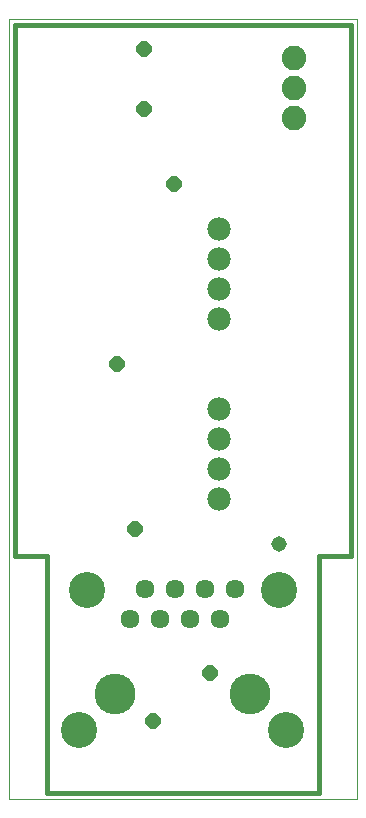
<source format=gbs>
G75*
%MOIN*%
%OFA0B0*%
%FSLAX25Y25*%
%IPPOS*%
%LPD*%
%AMOC8*
5,1,8,0,0,1.08239X$1,22.5*
%
%ADD10C,0.00000*%
%ADD11C,0.01600*%
%ADD12C,0.07800*%
%ADD13C,0.06343*%
%ADD14C,0.12020*%
%ADD15C,0.13600*%
%ADD16C,0.08200*%
%ADD17C,0.05156*%
%ADD18OC8,0.05156*%
D10*
X0001000Y0001000D02*
X0117142Y0001000D01*
X0117142Y0260843D01*
X0001000Y0260843D01*
X0001000Y0001000D01*
X0030100Y0036000D02*
X0030102Y0036160D01*
X0030108Y0036319D01*
X0030118Y0036478D01*
X0030132Y0036637D01*
X0030150Y0036796D01*
X0030171Y0036954D01*
X0030197Y0037111D01*
X0030227Y0037268D01*
X0030260Y0037424D01*
X0030298Y0037579D01*
X0030339Y0037733D01*
X0030384Y0037886D01*
X0030433Y0038038D01*
X0030486Y0038189D01*
X0030542Y0038338D01*
X0030603Y0038486D01*
X0030666Y0038632D01*
X0030734Y0038777D01*
X0030805Y0038920D01*
X0030879Y0039061D01*
X0030957Y0039200D01*
X0031039Y0039337D01*
X0031124Y0039472D01*
X0031212Y0039605D01*
X0031304Y0039736D01*
X0031398Y0039864D01*
X0031496Y0039990D01*
X0031597Y0040114D01*
X0031701Y0040235D01*
X0031808Y0040353D01*
X0031918Y0040469D01*
X0032031Y0040582D01*
X0032147Y0040692D01*
X0032265Y0040799D01*
X0032386Y0040903D01*
X0032510Y0041004D01*
X0032636Y0041102D01*
X0032764Y0041196D01*
X0032895Y0041288D01*
X0033028Y0041376D01*
X0033163Y0041461D01*
X0033300Y0041543D01*
X0033439Y0041621D01*
X0033580Y0041695D01*
X0033723Y0041766D01*
X0033868Y0041834D01*
X0034014Y0041897D01*
X0034162Y0041958D01*
X0034311Y0042014D01*
X0034462Y0042067D01*
X0034614Y0042116D01*
X0034767Y0042161D01*
X0034921Y0042202D01*
X0035076Y0042240D01*
X0035232Y0042273D01*
X0035389Y0042303D01*
X0035546Y0042329D01*
X0035704Y0042350D01*
X0035863Y0042368D01*
X0036022Y0042382D01*
X0036181Y0042392D01*
X0036340Y0042398D01*
X0036500Y0042400D01*
X0036660Y0042398D01*
X0036819Y0042392D01*
X0036978Y0042382D01*
X0037137Y0042368D01*
X0037296Y0042350D01*
X0037454Y0042329D01*
X0037611Y0042303D01*
X0037768Y0042273D01*
X0037924Y0042240D01*
X0038079Y0042202D01*
X0038233Y0042161D01*
X0038386Y0042116D01*
X0038538Y0042067D01*
X0038689Y0042014D01*
X0038838Y0041958D01*
X0038986Y0041897D01*
X0039132Y0041834D01*
X0039277Y0041766D01*
X0039420Y0041695D01*
X0039561Y0041621D01*
X0039700Y0041543D01*
X0039837Y0041461D01*
X0039972Y0041376D01*
X0040105Y0041288D01*
X0040236Y0041196D01*
X0040364Y0041102D01*
X0040490Y0041004D01*
X0040614Y0040903D01*
X0040735Y0040799D01*
X0040853Y0040692D01*
X0040969Y0040582D01*
X0041082Y0040469D01*
X0041192Y0040353D01*
X0041299Y0040235D01*
X0041403Y0040114D01*
X0041504Y0039990D01*
X0041602Y0039864D01*
X0041696Y0039736D01*
X0041788Y0039605D01*
X0041876Y0039472D01*
X0041961Y0039337D01*
X0042043Y0039200D01*
X0042121Y0039061D01*
X0042195Y0038920D01*
X0042266Y0038777D01*
X0042334Y0038632D01*
X0042397Y0038486D01*
X0042458Y0038338D01*
X0042514Y0038189D01*
X0042567Y0038038D01*
X0042616Y0037886D01*
X0042661Y0037733D01*
X0042702Y0037579D01*
X0042740Y0037424D01*
X0042773Y0037268D01*
X0042803Y0037111D01*
X0042829Y0036954D01*
X0042850Y0036796D01*
X0042868Y0036637D01*
X0042882Y0036478D01*
X0042892Y0036319D01*
X0042898Y0036160D01*
X0042900Y0036000D01*
X0042898Y0035840D01*
X0042892Y0035681D01*
X0042882Y0035522D01*
X0042868Y0035363D01*
X0042850Y0035204D01*
X0042829Y0035046D01*
X0042803Y0034889D01*
X0042773Y0034732D01*
X0042740Y0034576D01*
X0042702Y0034421D01*
X0042661Y0034267D01*
X0042616Y0034114D01*
X0042567Y0033962D01*
X0042514Y0033811D01*
X0042458Y0033662D01*
X0042397Y0033514D01*
X0042334Y0033368D01*
X0042266Y0033223D01*
X0042195Y0033080D01*
X0042121Y0032939D01*
X0042043Y0032800D01*
X0041961Y0032663D01*
X0041876Y0032528D01*
X0041788Y0032395D01*
X0041696Y0032264D01*
X0041602Y0032136D01*
X0041504Y0032010D01*
X0041403Y0031886D01*
X0041299Y0031765D01*
X0041192Y0031647D01*
X0041082Y0031531D01*
X0040969Y0031418D01*
X0040853Y0031308D01*
X0040735Y0031201D01*
X0040614Y0031097D01*
X0040490Y0030996D01*
X0040364Y0030898D01*
X0040236Y0030804D01*
X0040105Y0030712D01*
X0039972Y0030624D01*
X0039837Y0030539D01*
X0039700Y0030457D01*
X0039561Y0030379D01*
X0039420Y0030305D01*
X0039277Y0030234D01*
X0039132Y0030166D01*
X0038986Y0030103D01*
X0038838Y0030042D01*
X0038689Y0029986D01*
X0038538Y0029933D01*
X0038386Y0029884D01*
X0038233Y0029839D01*
X0038079Y0029798D01*
X0037924Y0029760D01*
X0037768Y0029727D01*
X0037611Y0029697D01*
X0037454Y0029671D01*
X0037296Y0029650D01*
X0037137Y0029632D01*
X0036978Y0029618D01*
X0036819Y0029608D01*
X0036660Y0029602D01*
X0036500Y0029600D01*
X0036340Y0029602D01*
X0036181Y0029608D01*
X0036022Y0029618D01*
X0035863Y0029632D01*
X0035704Y0029650D01*
X0035546Y0029671D01*
X0035389Y0029697D01*
X0035232Y0029727D01*
X0035076Y0029760D01*
X0034921Y0029798D01*
X0034767Y0029839D01*
X0034614Y0029884D01*
X0034462Y0029933D01*
X0034311Y0029986D01*
X0034162Y0030042D01*
X0034014Y0030103D01*
X0033868Y0030166D01*
X0033723Y0030234D01*
X0033580Y0030305D01*
X0033439Y0030379D01*
X0033300Y0030457D01*
X0033163Y0030539D01*
X0033028Y0030624D01*
X0032895Y0030712D01*
X0032764Y0030804D01*
X0032636Y0030898D01*
X0032510Y0030996D01*
X0032386Y0031097D01*
X0032265Y0031201D01*
X0032147Y0031308D01*
X0032031Y0031418D01*
X0031918Y0031531D01*
X0031808Y0031647D01*
X0031701Y0031765D01*
X0031597Y0031886D01*
X0031496Y0032010D01*
X0031398Y0032136D01*
X0031304Y0032264D01*
X0031212Y0032395D01*
X0031124Y0032528D01*
X0031039Y0032663D01*
X0030957Y0032800D01*
X0030879Y0032939D01*
X0030805Y0033080D01*
X0030734Y0033223D01*
X0030666Y0033368D01*
X0030603Y0033514D01*
X0030542Y0033662D01*
X0030486Y0033811D01*
X0030433Y0033962D01*
X0030384Y0034114D01*
X0030339Y0034267D01*
X0030298Y0034421D01*
X0030260Y0034576D01*
X0030227Y0034732D01*
X0030197Y0034889D01*
X0030171Y0035046D01*
X0030150Y0035204D01*
X0030132Y0035363D01*
X0030118Y0035522D01*
X0030108Y0035681D01*
X0030102Y0035840D01*
X0030100Y0036000D01*
X0075100Y0036000D02*
X0075102Y0036160D01*
X0075108Y0036319D01*
X0075118Y0036478D01*
X0075132Y0036637D01*
X0075150Y0036796D01*
X0075171Y0036954D01*
X0075197Y0037111D01*
X0075227Y0037268D01*
X0075260Y0037424D01*
X0075298Y0037579D01*
X0075339Y0037733D01*
X0075384Y0037886D01*
X0075433Y0038038D01*
X0075486Y0038189D01*
X0075542Y0038338D01*
X0075603Y0038486D01*
X0075666Y0038632D01*
X0075734Y0038777D01*
X0075805Y0038920D01*
X0075879Y0039061D01*
X0075957Y0039200D01*
X0076039Y0039337D01*
X0076124Y0039472D01*
X0076212Y0039605D01*
X0076304Y0039736D01*
X0076398Y0039864D01*
X0076496Y0039990D01*
X0076597Y0040114D01*
X0076701Y0040235D01*
X0076808Y0040353D01*
X0076918Y0040469D01*
X0077031Y0040582D01*
X0077147Y0040692D01*
X0077265Y0040799D01*
X0077386Y0040903D01*
X0077510Y0041004D01*
X0077636Y0041102D01*
X0077764Y0041196D01*
X0077895Y0041288D01*
X0078028Y0041376D01*
X0078163Y0041461D01*
X0078300Y0041543D01*
X0078439Y0041621D01*
X0078580Y0041695D01*
X0078723Y0041766D01*
X0078868Y0041834D01*
X0079014Y0041897D01*
X0079162Y0041958D01*
X0079311Y0042014D01*
X0079462Y0042067D01*
X0079614Y0042116D01*
X0079767Y0042161D01*
X0079921Y0042202D01*
X0080076Y0042240D01*
X0080232Y0042273D01*
X0080389Y0042303D01*
X0080546Y0042329D01*
X0080704Y0042350D01*
X0080863Y0042368D01*
X0081022Y0042382D01*
X0081181Y0042392D01*
X0081340Y0042398D01*
X0081500Y0042400D01*
X0081660Y0042398D01*
X0081819Y0042392D01*
X0081978Y0042382D01*
X0082137Y0042368D01*
X0082296Y0042350D01*
X0082454Y0042329D01*
X0082611Y0042303D01*
X0082768Y0042273D01*
X0082924Y0042240D01*
X0083079Y0042202D01*
X0083233Y0042161D01*
X0083386Y0042116D01*
X0083538Y0042067D01*
X0083689Y0042014D01*
X0083838Y0041958D01*
X0083986Y0041897D01*
X0084132Y0041834D01*
X0084277Y0041766D01*
X0084420Y0041695D01*
X0084561Y0041621D01*
X0084700Y0041543D01*
X0084837Y0041461D01*
X0084972Y0041376D01*
X0085105Y0041288D01*
X0085236Y0041196D01*
X0085364Y0041102D01*
X0085490Y0041004D01*
X0085614Y0040903D01*
X0085735Y0040799D01*
X0085853Y0040692D01*
X0085969Y0040582D01*
X0086082Y0040469D01*
X0086192Y0040353D01*
X0086299Y0040235D01*
X0086403Y0040114D01*
X0086504Y0039990D01*
X0086602Y0039864D01*
X0086696Y0039736D01*
X0086788Y0039605D01*
X0086876Y0039472D01*
X0086961Y0039337D01*
X0087043Y0039200D01*
X0087121Y0039061D01*
X0087195Y0038920D01*
X0087266Y0038777D01*
X0087334Y0038632D01*
X0087397Y0038486D01*
X0087458Y0038338D01*
X0087514Y0038189D01*
X0087567Y0038038D01*
X0087616Y0037886D01*
X0087661Y0037733D01*
X0087702Y0037579D01*
X0087740Y0037424D01*
X0087773Y0037268D01*
X0087803Y0037111D01*
X0087829Y0036954D01*
X0087850Y0036796D01*
X0087868Y0036637D01*
X0087882Y0036478D01*
X0087892Y0036319D01*
X0087898Y0036160D01*
X0087900Y0036000D01*
X0087898Y0035840D01*
X0087892Y0035681D01*
X0087882Y0035522D01*
X0087868Y0035363D01*
X0087850Y0035204D01*
X0087829Y0035046D01*
X0087803Y0034889D01*
X0087773Y0034732D01*
X0087740Y0034576D01*
X0087702Y0034421D01*
X0087661Y0034267D01*
X0087616Y0034114D01*
X0087567Y0033962D01*
X0087514Y0033811D01*
X0087458Y0033662D01*
X0087397Y0033514D01*
X0087334Y0033368D01*
X0087266Y0033223D01*
X0087195Y0033080D01*
X0087121Y0032939D01*
X0087043Y0032800D01*
X0086961Y0032663D01*
X0086876Y0032528D01*
X0086788Y0032395D01*
X0086696Y0032264D01*
X0086602Y0032136D01*
X0086504Y0032010D01*
X0086403Y0031886D01*
X0086299Y0031765D01*
X0086192Y0031647D01*
X0086082Y0031531D01*
X0085969Y0031418D01*
X0085853Y0031308D01*
X0085735Y0031201D01*
X0085614Y0031097D01*
X0085490Y0030996D01*
X0085364Y0030898D01*
X0085236Y0030804D01*
X0085105Y0030712D01*
X0084972Y0030624D01*
X0084837Y0030539D01*
X0084700Y0030457D01*
X0084561Y0030379D01*
X0084420Y0030305D01*
X0084277Y0030234D01*
X0084132Y0030166D01*
X0083986Y0030103D01*
X0083838Y0030042D01*
X0083689Y0029986D01*
X0083538Y0029933D01*
X0083386Y0029884D01*
X0083233Y0029839D01*
X0083079Y0029798D01*
X0082924Y0029760D01*
X0082768Y0029727D01*
X0082611Y0029697D01*
X0082454Y0029671D01*
X0082296Y0029650D01*
X0082137Y0029632D01*
X0081978Y0029618D01*
X0081819Y0029608D01*
X0081660Y0029602D01*
X0081500Y0029600D01*
X0081340Y0029602D01*
X0081181Y0029608D01*
X0081022Y0029618D01*
X0080863Y0029632D01*
X0080704Y0029650D01*
X0080546Y0029671D01*
X0080389Y0029697D01*
X0080232Y0029727D01*
X0080076Y0029760D01*
X0079921Y0029798D01*
X0079767Y0029839D01*
X0079614Y0029884D01*
X0079462Y0029933D01*
X0079311Y0029986D01*
X0079162Y0030042D01*
X0079014Y0030103D01*
X0078868Y0030166D01*
X0078723Y0030234D01*
X0078580Y0030305D01*
X0078439Y0030379D01*
X0078300Y0030457D01*
X0078163Y0030539D01*
X0078028Y0030624D01*
X0077895Y0030712D01*
X0077764Y0030804D01*
X0077636Y0030898D01*
X0077510Y0030996D01*
X0077386Y0031097D01*
X0077265Y0031201D01*
X0077147Y0031308D01*
X0077031Y0031418D01*
X0076918Y0031531D01*
X0076808Y0031647D01*
X0076701Y0031765D01*
X0076597Y0031886D01*
X0076496Y0032010D01*
X0076398Y0032136D01*
X0076304Y0032264D01*
X0076212Y0032395D01*
X0076124Y0032528D01*
X0076039Y0032663D01*
X0075957Y0032800D01*
X0075879Y0032939D01*
X0075805Y0033080D01*
X0075734Y0033223D01*
X0075666Y0033368D01*
X0075603Y0033514D01*
X0075542Y0033662D01*
X0075486Y0033811D01*
X0075433Y0033962D01*
X0075384Y0034114D01*
X0075339Y0034267D01*
X0075298Y0034421D01*
X0075260Y0034576D01*
X0075227Y0034732D01*
X0075197Y0034889D01*
X0075171Y0035046D01*
X0075150Y0035204D01*
X0075132Y0035363D01*
X0075118Y0035522D01*
X0075108Y0035681D01*
X0075102Y0035840D01*
X0075100Y0036000D01*
D11*
X0104362Y0002969D02*
X0104362Y0081709D01*
X0115173Y0081709D01*
X0115173Y0258874D01*
X0002969Y0258874D01*
X0002969Y0081709D01*
X0013780Y0081709D01*
X0013780Y0002969D01*
X0104362Y0002969D01*
D12*
X0071000Y0101000D03*
X0071000Y0111000D03*
X0071000Y0121000D03*
X0071000Y0131000D03*
X0071000Y0161000D03*
X0071000Y0171000D03*
X0071000Y0181000D03*
X0071000Y0191000D03*
D13*
X0066500Y0071000D03*
X0061500Y0061000D03*
X0056500Y0071000D03*
X0051500Y0061000D03*
X0046500Y0071000D03*
X0041500Y0061000D03*
X0071500Y0061000D03*
X0076500Y0071000D03*
D14*
X0091000Y0070488D03*
X0093500Y0024000D03*
X0027000Y0070488D03*
X0024500Y0024000D03*
D15*
X0036500Y0036000D03*
X0081500Y0036000D03*
D16*
X0096000Y0228000D03*
X0096000Y0238000D03*
X0096000Y0248000D03*
D17*
X0091000Y0086000D03*
D18*
X0068000Y0043000D03*
X0049000Y0027000D03*
X0043000Y0091000D03*
X0037000Y0146000D03*
X0056000Y0206000D03*
X0046000Y0231000D03*
X0046000Y0251000D03*
M02*

</source>
